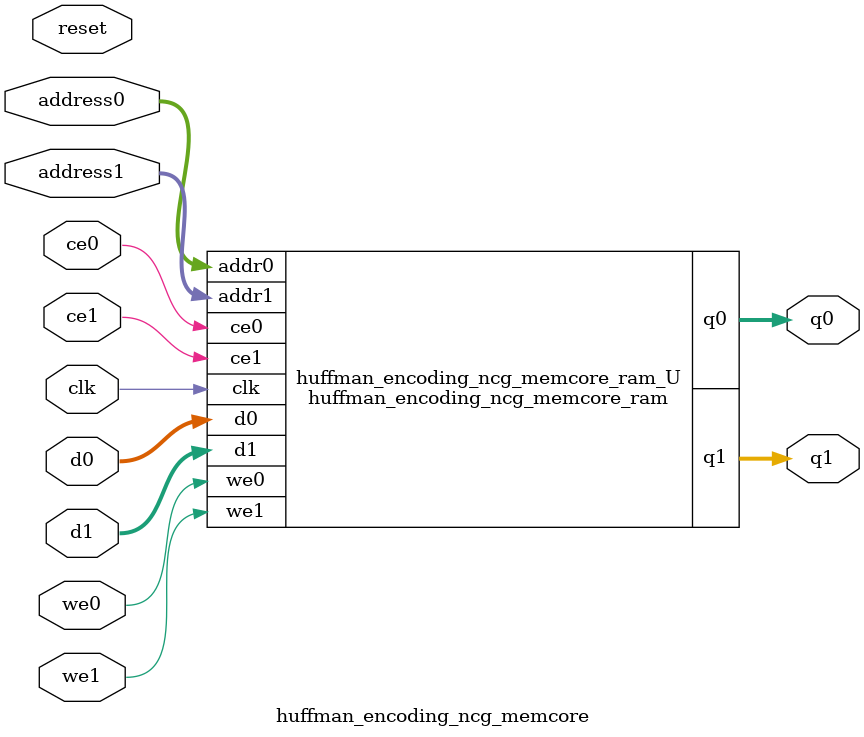
<source format=v>
`timescale 1 ns / 1 ps
module huffman_encoding_ncg_memcore_ram (addr0, ce0, d0, we0, q0, addr1, ce1, d1, we1, q1,  clk);

parameter DWIDTH = 32;
parameter AWIDTH = 9;
parameter MEM_SIZE = 512;

input[AWIDTH-1:0] addr0;
input ce0;
input[DWIDTH-1:0] d0;
input we0;
output reg[DWIDTH-1:0] q0;
input[AWIDTH-1:0] addr1;
input ce1;
input[DWIDTH-1:0] d1;
input we1;
output reg[DWIDTH-1:0] q1;
input clk;

(* ram_style = "block" *)reg [DWIDTH-1:0] ram[0:MEM_SIZE-1];




always @(posedge clk)  
begin 
    if (ce0) begin
        if (we0) 
            ram[addr0] <= d0; 
        q0 <= ram[addr0];
    end
end


always @(posedge clk)  
begin 
    if (ce1) begin
        if (we1) 
            ram[addr1] <= d1; 
        q1 <= ram[addr1];
    end
end


endmodule

`timescale 1 ns / 1 ps
module huffman_encoding_ncg_memcore(
    reset,
    clk,
    address0,
    ce0,
    we0,
    d0,
    q0,
    address1,
    ce1,
    we1,
    d1,
    q1);

parameter DataWidth = 32'd32;
parameter AddressRange = 32'd512;
parameter AddressWidth = 32'd9;
input reset;
input clk;
input[AddressWidth - 1:0] address0;
input ce0;
input we0;
input[DataWidth - 1:0] d0;
output[DataWidth - 1:0] q0;
input[AddressWidth - 1:0] address1;
input ce1;
input we1;
input[DataWidth - 1:0] d1;
output[DataWidth - 1:0] q1;



huffman_encoding_ncg_memcore_ram huffman_encoding_ncg_memcore_ram_U(
    .clk( clk ),
    .addr0( address0 ),
    .ce0( ce0 ),
    .we0( we0 ),
    .d0( d0 ),
    .q0( q0 ),
    .addr1( address1 ),
    .ce1( ce1 ),
    .we1( we1 ),
    .d1( d1 ),
    .q1( q1 ));

endmodule


</source>
